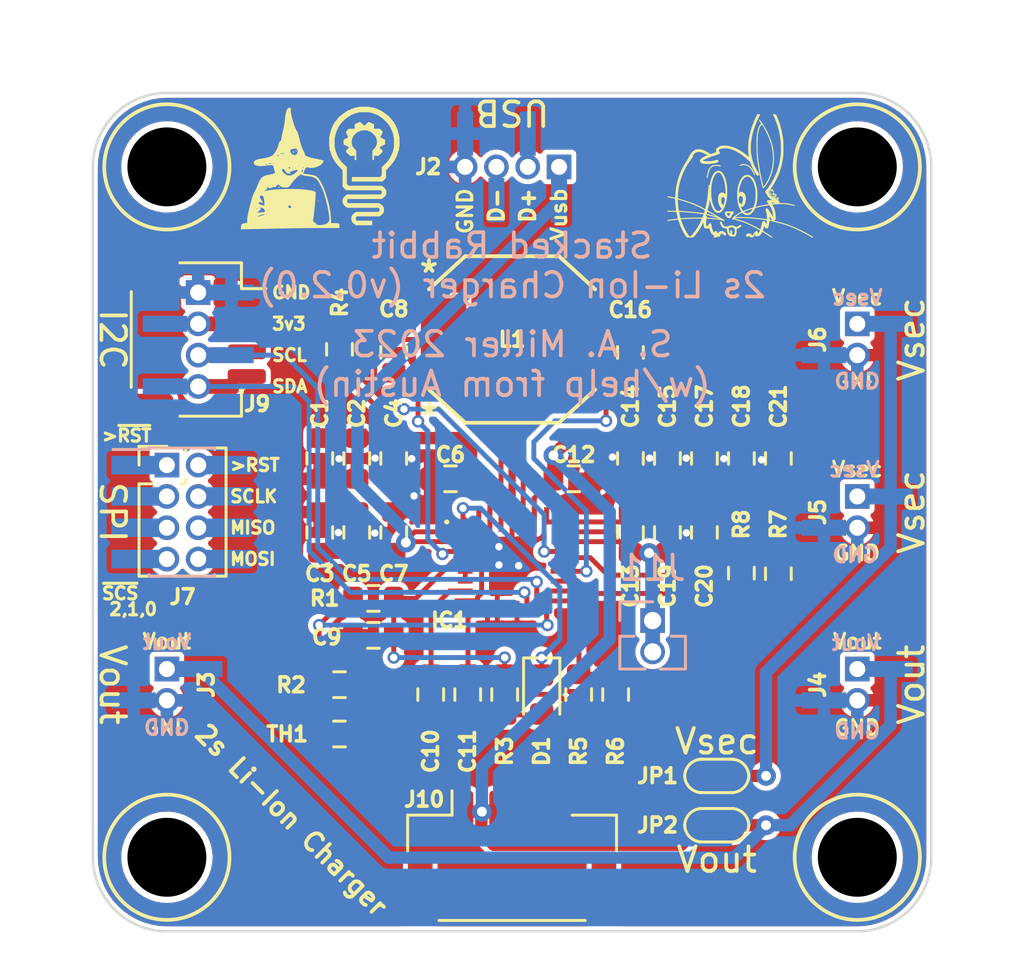
<source format=kicad_pcb>
(kicad_pcb (version 20211014) (generator pcbnew)
  (title_block (title "2s Li-Ion Charger") (rev "0.2.0") (company "The Nerd Mage / Austins Creations"))
  (layers (0 "F.Cu" signal) (31 "B.Cu" signal) (34 "B.Paste" user) (35 "F.Paste" user) (36 "B.SilkS" user "B.Silkscreen") (37 "F.SilkS" user "F.Silkscreen") (38 "B.Mask" user) (39 "F.Mask" user) (44 "Edge.Cuts" user))
  (net 0 "")
  (net 1 "UD+")
  (net 2 "UD-")
  (net 3 "GND")
  (net 4 "SDA")
  (net 5 "SCL")
  (net 6 "RESET")
  (net 7 "~{RESET}")
  (net 8 "~{SCS}2")
  (net 9 "SCLK")
  (net 10 "~{SCS}1")
  (net 11 "MISO")
  (net 12 "Vcc?")
  (net 13 "~{SCS}0")
  (net 14 "MOSI")
  (net 15 "Net-(C1-Pad2)")
  (net 16 "Vusb")
  (net 17 "Net-(C8-Pad1)")
  (net 18 "Net-(C8-Pad2)")
  (net 19 "/REGN")
  (net 20 "Net-(C10-Pad2)")
  (net 21 "VDD")
  (net 22 "Net-(C13-Pad1)")
  (net 23 "VBUS")
  (net 24 "Net-(C16-Pad1)")
  (net 25 "Net-(C16-Pad2)")
  (net 26 "Net-(D1-Pad1)")
  (net 27 "Net-(IC1-Pad6)")
  (net 29 "Net-(IC1-Pad16)")
  (net 30 "Net-(IC1-Pad17)")
  (net 31 "Net-(IC1-Pad18)")
  (net 32 "Net-(IC1-Pad20)")
  (net 33 "Net-(IC1-Pad21)")
  (net 34 "Net-(D1-Pad2)")
  (net 35 "Vsec")
  (net 36 "Vout")
  (footprint "Tinker:Mount" (layer "F.Cu") (at 114 114)
    (fp_text reference "REF**" hide)
    (fp_text value "Mount" hide)
  )
  (footprint "Resistor_SMD:R_0603_1608Metric" (layer "F.Cu") (at 109.3 102.475 -90)
    (fp_text reference "R8")
    (fp_text value "100r")
  )
  (footprint "Resistor_SMD:R_0603_1608Metric" (layer "F.Cu") (at 98.2 107.4 90)
    (fp_text reference "C11")
    (fp_text value "100nF")
  )
  (footprint "Tinker:BQ25792RQMR" (layer "F.Cu") (at 100 102)
    (fp_text reference "IC1")
    (fp_text value "BQ25792RQMR" hide)
  )
  (footprint "Tinker:QWIIC_Stack_II" (layer "F.Cu") (at 87.27 93 -90)
    (fp_text reference "J9")
    (fp_text value "QWIIC_Stack_II")
  )
  (footprint "Resistor_SMD:R_0603_1608Metric" (layer "F.Cu") (at 96.7 107.4 90)
    (fp_text reference "C10")
    (fp_text value "100nF")
  )
  (footprint "Tinker:PinHeader_2x04_P1.27mm_Vertical" (layer "F.Cu") (at 86 98.095)
    (fp_text reference "J7")
    (fp_text value "Conn_01x08_Male" hide)
  )
  (footprint "Resistor_SMD:R_0603_1608Metric" (layer "F.Cu") (at 104.8 100.825 -90)
    (fp_text reference "C13")
    (fp_text value "1nF")
  )
  (footprint "Tinker:Mount" (layer "F.Cu") (at 86 114)
    (fp_text reference "REF**" hide)
    (fp_text value "Mount" hide)
  )
  (footprint "Resistor_SMD:R_0603_1608Metric" (layer "F.Cu") (at 94.375 103.5 180)
    (fp_text reference "R1")
    (fp_text value "5.23k")
  )
  (footprint "Resistor_SMD:R_0603_1608Metric" (layer "F.Cu") (at 99.7 107.4 -90)
    (fp_text reference "R3")
    (fp_text value "4.7k")
  )
  (footprint "Tinker:DagNabbit" (layer "F.Cu") (at 109 87)
    (fp_text reference "REF**" hide)
    (fp_text value "DagNabbit" hide)
  )
  (footprint "Resistor_SMD:R_0603_1608Metric" (layer "F.Cu") (at 104.8 97.825 90)
    (fp_text reference "C14")
    (fp_text value "10uF")
  )
  (footprint "Resistor_SMD:R_0603_1608Metric" (layer "F.Cu") (at 95.2 100.825 -90)
    (fp_text reference "C7")
    (fp_text value "100nF")
  )
  (footprint "LED_SMD:LED_0603_1608Metric" (layer "F.Cu") (at 101.2 107.4 -90)
    (fp_text reference "D1")
    (fp_text value "red")
  )
  (footprint "Resistor_SMD:R_0603_1608Metric" (layer "F.Cu") (at 93 109)
    (fp_text reference "TH1")
    (fp_text value "Thermistor_NTC")
  )
  (footprint "Tinker:Board_Stacker_2" (layer "F.Cu") (at 114 106.365)
    (fp_text reference "J4")
    (fp_text value "Conn_01x02_Male")
  )
  (footprint "Resistor_SMD:R_0603_1608Metric" (layer "F.Cu") (at 92.2 97.825 90)
    (fp_text reference "C1")
    (fp_text value "10uF")
  )
  (footprint "Resistor_SMD:R_0603_1608Metric" (layer "F.Cu") (at 110.8 97.825 90)
    (fp_text reference "C21")
    (fp_text value "10uF")
  )
  (footprint "Resistor_SMD:R_0603_1608Metric" (layer "F.Cu") (at 104.8 93.525 90)
    (fp_text reference "C16")
    (fp_text value "47nF")
  )
  (footprint "Tinker:Mount" (layer "F.Cu") (at 114 86)
    (fp_text reference "REF**" hide)
    (fp_text value "Mount" hide)
  )
  (footprint "Resistor_SMD:R_0603_1608Metric" (layer "F.Cu") (at 107.8 100.825 -90)
    (fp_text reference "C20")
    (fp_text value "10uF")
  )
  (footprint "Resistor_SMD:R_0603_1608Metric" (layer "F.Cu") (at 93.7 100.825 -90)
    (fp_text reference "C5")
    (fp_text value "10uF")
  )
  (footprint "Resistor_SMD:R_0603_1608Metric" (layer "F.Cu") (at 92.2 100.825 -90)
    (fp_text reference "C3")
    (fp_text value "10uF")
  )
  (footprint "Tinker:Board_Stacker_4" (layer "F.Cu") (at 101.905 86 -90)
    (fp_text reference "J2")
    (fp_text value "Conn_01x04_Male")
  )
  (footprint "Tinker:Board_Stacker_2" (layer "F.Cu") (at 86 106.365)
    (fp_text reference "J3")
    (fp_text value "Conn_01x02_Male")
  )
  (footprint "Tinker:SolderJumper-2_P_Open_Rounded_skinny" (layer "F.Cu") (at 108.3 110.7)
    (fp_text reference "JP1")
    (fp_text value "Load on Vsec" hide)
  )
  (footprint "Tinker:SPM6530_TDK" (layer "F.Cu") (at 100 93)
    (fp_text reference "L1")
    (fp_text value "1uH")
  )
  (footprint "Resistor_SMD:R_0603_1608Metric" (layer "F.Cu") (at 109.3 97.825 90)
    (fp_text reference "C18")
    (fp_text value "10uF")
  )
  (footprint "Resistor_SMD:R_0603_1608Metric" (layer "F.Cu") (at 102.7 107.4 -90)
    (fp_text reference "R5")
    (fp_text value "100k")
  )
  (footprint "Resistor_SMD:R_0603_1608Metric" (layer "F.Cu") (at 106.3 100.825 -90)
    (fp_text reference "C19")
    (fp_text value "10uF")
  )
  (footprint "Resistor_SMD:R_0603_1608Metric" (layer "F.Cu") (at 94.375 105)
    (fp_text reference "C9")
    (fp_text value "4.7uF")
  )
  (footprint "Resistor_SMD:R_0603_1608Metric" (layer "F.Cu") (at 104.2 107.4 -90)
    (fp_text reference "R6")
    (fp_text value "100k")
  )
  (footprint "Tinker:Board_Stacker_2" (layer "F.Cu") (at 114 92.365)
    (fp_text reference "J6")
    (fp_text value "Conn_01x02_Male")
  )
  (footprint "Tinker:SolderJumper-2_P_Open_Rounded_skinny" (layer "F.Cu") (at 108.3 112.7)
    (fp_text reference "JP2")
    (fp_text value "Load on Vout" hide)
  )
  (footprint "Tinker:Board_Stacker_2" (layer "F.Cu") (at 114 99.365)
    (fp_text reference "J5")
    (fp_text value "Conn_01x02_Male")
  )
  (footprint "Tinker:Mount" (layer "F.Cu") (at 86 86)
    (fp_text reference "REF**" hide)
    (fp_text value "Mount" hide)
  )
  (footprint "Resistor_SMD:R_0603_1608Metric" (layer "F.Cu") (at 110.8 102.5 90)
    (fp_text reference "R7")
    (fp_text value "8.2k")
  )
  (footprint "Resistor_SMD:R_0603_1608Metric" (layer "F.Cu") (at 102.5 98.65 180)
    (fp_text reference "C12")
    (fp_text value "100nF")
  )
  (footprint "Tinker:NerdMage" (layer "F.Cu") (at 91 86)
    (fp_text reference "G***" hide)
    (fp_text value "LOGO" hide)
  )
  (footprint "Resistor_SMD:R_0603_1608Metric" (layer "F.Cu") (at 95.2 97.825 90)
    (fp_text reference "C4")
    (fp_text value "10uF")
  )
  (footprint "Tinker:AC_Logo" (layer "F.Cu") (at 94 86)
    (fp_text reference "G***" hide)
    (fp_text value "LOGO" hide)
  )
  (footprint "Resistor_SMD:R_0603_1608Metric" (layer "F.Cu") (at 107.8 97.825 90)
    (fp_text reference "C17")
    (fp_text value "10uF")
  )
  (footprint "Connector_JST:JST_GH_SM04B-GHS-TB_1x04-1MP_P1.25mm_Horizontal" (layer "F.Cu") (at 100 114)
    (fp_text reference "J10")
    (fp_text value "Output")
  )
  (footprint "Resistor_SMD:R_0603_1608Metric" (layer "F.Cu") (at 97.5 98.65)
    (fp_text reference "C6")
    (fp_text value "100nF")
  )
  (footprint "Resistor_SMD:R_0603_1608Metric" (layer "F.Cu") (at 93 107)
    (fp_text reference "R2")
    (fp_text value "30.1k")
  )
  (footprint "Resistor_SMD:R_0603_1608Metric" (layer "F.Cu") (at 93 93.4 90)
    (fp_text reference "R4")
    (fp_text value "10k")
  )
  (footprint "Resistor_SMD:R_0603_1608Metric" (layer "F.Cu") (at 95.2 93.525 -90)
    (fp_text reference "C8")
    (fp_text value "47nF")
  )
  (footprint "Resistor_SMD:R_0603_1608Metric" (layer "F.Cu") (at 106.3 97.825 90)
    (fp_text reference "C15")
    (fp_text value "10uF")
  )
  (footprint "Resistor_SMD:R_0603_1608Metric" (layer "F.Cu") (at 93.7 97.825 90)
    (fp_text reference "C2")
    (fp_text value "10uF")
  )
  (footprint "Connector_PinSocket_1.27mm:PinSocket_1x02_P1.27mm_Vertical" (layer "B.Cu") (at 105.7 104.4 180)
    (fp_text reference "J11")
    (fp_text value "Conn_01x02")
  )
  (gr_line (start 117 86) (end 117 114) (layer "Edge.Cuts") (width 0.1))
  (gr_arc (start 86 117) (mid 83.87868 116.12132) (end 83 114) (layer "Edge.Cuts") (width 0.1))
  (gr_arc (start 83 86) (mid 83.87868 83.87868) (end 86 83) (layer "Edge.Cuts") (width 0.1))
  (gr_line (start 86 83) (end 114 83) (layer "Edge.Cuts") (width 0.1))
  (gr_line (start 83 114) (end 83 86) (layer "Edge.Cuts") (width 0.1))
  (gr_arc (start 114 83) (mid 116.12132 83.87868) (end 117 86) (layer "Edge.Cuts") (width 0.1))
  (gr_line (start 86 117) (end 114 117) (layer "Edge.Cuts") (width 0.1))
  (gr_arc (start 117 114) (mid 116.12132 116.12132) (end 114 117) (layer "Edge.Cuts") (width 0.1))
  (gr_text "Stacked Rabbit\n${TITLE} (v${REVISION})" (at 100 90) (layer "B.SilkS") (effects (font (size 1 1)) (justify mirror)))
  (gr_text "GND" (at 113.911636 101.744492) (layer "B.SilkS") (effects (font (size 0.6 0.6) (thickness 0.125)) (justify mirror)))
  (gr_text "GND" (at 85.995908 108.747728) (layer "B.SilkS") (effects (font (size 0.6 0.6) (thickness 0.125)) (justify mirror)))
  (gr_text "Vout" (at 113.950572 105.303488) (layer "B.SilkS") (effects (font (size 0.6 0.6) (thickness 0.125)) (justify mirror)))
  (gr_text "GND" (at 114 94.7) (layer "B.SilkS") (effects (font (size 0.6 0.6) (thickness 0.125)) (justify mirror)))
  (gr_text "Vsec" (at 113.872799 98.268635) (layer "B.SilkS") (effects (font (size 0.6 0.6) (thickness 0.125)) (justify mirror)))
  (gr_text "Vsec" (at 114 91.3) (layer "B.SilkS") (effects (font (size 0.6 0.6) (thickness 0.125)) (justify mirror)))
  (gr_text "GND" (at 113.997176 108.89197) (layer "B.SilkS") (effects (font (size 0.6 0.6) (thickness 0.125)) (justify mirror)))
  (gr_text "S. A. Miller 2023\n(w/help from Austin)" (at 100 94) (layer "B.SilkS") (effects (font (size 1 1)) (justify mirror)))
  (gr_text "Vout" (at 86.009393 105.268635) (layer "B.SilkS") (effects (font (size 0.6 0.6) (thickness 0.125)) (justify mirror)))
  (gr_text "SDA" (at 90.2 94.905) (layer "F.SilkS") (effects (font (size 0.5 0.5) (thickness 0.125)) (justify left)))
  (gr_text "Vsec" (at 116.2 100 90) (layer "F.SilkS") (effects (font (size 1 1))))
  (gr_text "2,1,0" (at 83.6 103.94) (layer "F.SilkS") (effects (font (size 0.5 0.5) (thickness 0.125)) (justify left)))
  (gr_text "3v3" (at 90.2 92.365) (layer "F.SilkS") (effects (font (size 0.5 0.5) (thickness 0.125)) (justify left)))
  (gr_text "Vout" (at 114 105.245) (layer "F.SilkS") (effects (font (size 0.6 0.6) (thickness 0.125))))
  (gr_text "~{SCS}" (at 83.3 103.3) (layer "F.SilkS") (effects (font (size 0.5 0.5) (thickness 0.125)) (justify left)))
  (gr_text "GND" (at 114 94.7) (layer "F.SilkS") (effects (font (size 0.6 0.6) (thickness 0.125))))
  (gr_text "GND" (at 90.2 91.095) (layer "F.SilkS") (effects (font (size 0.5 0.5) (thickness 0.125)) (justify left)))
  (gr_text "D-" (at 99.365 86.8 90) (layer "F.SilkS") (effects (font (size 0.6 0.6)) (justify right)))
  (gr_text "Vout" (at 108.3 114.1) (layer "F.SilkS") (effects (font (size 1 1))))
  (gr_text ">~{RST}" (at 83.3 96.9) (layer "F.SilkS") (effects (font (size 0.5 0.5) (thickness 0.125)) (justify left)))
  (gr_text "D+" (at 100.635 86.8 90) (layer "F.SilkS") (effects (font (size 0.6 0.6)) (justify right)))
  (gr_text "GND" (at 114 101.665) (layer "F.SilkS") (effects (font (size 0.6 0.6) (thickness 0.125))))
  (gr_text "Vsec" (at 108.3 109.3) (layer "F.SilkS") (effects (font (size 1 1))))
  (gr_text "Vsec" (at 116.2 93 90) (layer "F.SilkS") (effects (font (size 1 1))))
  (gr_text "USB" (at 100 83.8 180) (layer "F.SilkS") (effects (font (size 1 1))))
  (gr_text "SCLK" (at 88.5 99.365) (layer "F.SilkS") (effects (font (size 0.5 0.5) (thickness 0.125)) (justify left)))
  (gr_text ">RST" (at 88.5 98.095) (layer "F.SilkS") (effects (font (size 0.5 0.5) (thickness 0.125)) (justify left)))
  (gr_text "SPI" (at 83.8 100 -90) (layer "F.SilkS") (effects (font (size 1 1))))
  (gr_text "Vout" (at 116.2 107 90) (layer "F.SilkS") (effects (font (size 1 1))))
  (gr_text "GND" (at 98.095 86.8 90) (layer "F.SilkS") (effects (font (size 0.6 0.6) (thickness 0.125)) (justify right)))
  (gr_text "SCL" (at 90.2 93.635) (layer "F.SilkS") (effects (font (size 0.5 0.5) (thickness 0.125)) (justify left)))
  (gr_text "GND" (at 114 108.745) (layer "F.SilkS") (effects (font (size 0.6 0.6) (thickness 0.125))))
  (gr_text "I2C" (at 83.8 93 -90) (layer "F.SilkS") (effects (font (size 1 1))))
  (gr_text "MISO" (at 88.5 100.635) (layer "F.SilkS") (effects (font (size 0.5 0.5) (thickness 0.125)) (justify left)))
  (gr_text "MOSI" (at 88.5 101.905) (layer "F.SilkS") (effects (font (size 0.5 0.5) (thickness 0.125)) (justify left)))
  (gr_text "GND" (at 86 108.745) (layer "F.SilkS") (effects (font (size 0.6 0.6) (thickness 0.125))))
  (gr_text "${TITLE}" (at 91.052915 112.48611 315) (layer "F.SilkS") (effects (font (size 0.75 0.75))))
  (gr_text "Vusb" (at 101.905 86.8 90) (layer "F.SilkS") (effects (font (size 0.6 0.6) (thickness 0.125)) (justify right)))
  (gr_text "Vout" (at 83.8 107 -90) (layer "F.SilkS") (effects (font (size 1 1))))
  (gr_text "Vsec" (at 114 98.265) (layer "F.SilkS") (effects (font (size 0.6 0.6) (thickness 0.125))))
  (gr_text "Vout" (at 86 105.245) (layer "F.SilkS") (effects (font (size 0.6 0.6) (thickness 0.125))))
  (gr_text "Vsec" (at 114 91.3) (layer "F.SilkS") (effects (font (size 0.6 0.6) (thickness 0.125))))
  (via (at 108.590866 97.835476) (size 0.5) (drill 0.3) (layers "F.Cu" "B.Cu") (net 3))
  (via (at 94.434571 100.851553) (size 0.5) (drill 0.3) (layers "F.Cu" "B.Cu") (net 3))
  (via (at 99.467431 102.145067) (size 0.5) (drill 0.3) (layers "F.Cu" "B.Cu") (net 3))
  (via (at 96.023734 99.345273) (size 0.5) (drill 0.3) (layers "F.Cu" "B.Cu") (net 3))
  (via (at 104.070541 97.768008) (size 0.5) (drill 0.3) (layers "F.Cu" "B.Cu") (net 3))
  (via (at 99.467431 101.405389) (size 0.5) (drill 0.3) (layers "F.Cu" "B.Cu") (net 3))
  (via (at 92.955587 100.830942) (size 0.5) (drill 0.3) (layers "F.Cu" "B.Cu") (net 3))
  (via (at 107.061602 97.812986) (size 0.5) (drill 0.3) (layers "F.Cu" "B.Cu") (net 3))
  (via (at 92.983375 97.835476) (size 0.5) (drill 0.3) (layers "F.Cu" "B.Cu") (net 3))
  (via (at 107.071045 100.843159) (size 0.5) (drill 0.3) (layers "F.Cu" "B.Cu") (net 3))
  (via (at 95.929458 97.835476) (size 0.5) (drill 0.3) (layers "F.Cu" "B.Cu") (net 3))
  (via (at 110.120131 97.880454) (size 0.5) (drill 0.3) (layers "F.Cu" "B.Cu") (net 3))
  (via (at 94.445172 97.812986) (size 0.5) (drill 0.3) (layers "F.Cu" "B.Cu") (net 3))
  (via (at 100.266284 102.174654) (size 0.5) (drill 0.3) (layers "F.Cu" "B.Cu") (net 3))
  (via (at 105.577316 97.812986) (size 0.5) (drill 0.3) (layers "F.Cu" "B.Cu") (net 3))
  (segment (start 101 102.83008) (end 101 103.9) (width 0.2) (layer "F.Cu") (net 4))
  (via (at 101 102.83008) (size 0.5) (drill 0.3) (layers "F.Cu" "B.Cu") (net 4))
  (segment (start 92.117985 94.972552) (end 90.780433 93.635) (width 0.2) (layer "B.Cu") (net 4))
  (segment (start 90.780433 93.635) (end 87.27 93.635) (width 0.2) (layer "B.Cu") (net 4))
  (segment (start 100.896671 102.726751) (end 93.419328 102.726751) (width 0.2) (layer "B.Cu") (net 4))
  (segment (start 93.419328 102.726751) (end 92.117985 101.425408) (width 0.2) (layer "B.Cu") (net 4))
  (segment (start 92.117985 101.425408) (end 92.117985 94.972552) (width 0.2) (layer "B.Cu") (net 4))
  (segment (start 101 102.83008) (end 100.896671 102.726751) (width 0.2) (layer "B.Cu") (net 4))
  (segment (start 100.6 103.353956) (end 100.6 103.9) (width 0.2) (layer "F.Cu") (net 5))
  (segment (start 100.5005 103.254456) (end 100.6 103.353956) (width 0.2) (layer "F.Cu") (net 5))
  (via (at 100.5005 103.254456) (size 0.5) (drill 0.3) (layers "F.Cu" "B.Cu") (net 5))
  (segment (start 91.155717 94.905) (end 87.27 94.905) (width 0.2) (layer "B.Cu") (net 5))
  (segment (start 91.767985 101.570382) (end 91.767985 95.517268) (width 0.2) (layer "B.Cu") (net 5))
  (segment (start 100.5005 103.254456) (end 93.452059 103.254456) (width 0.2) (layer "B.Cu") (net 5))
  (segment (start 93.452059 103.254456) (end 91.767985 101.570382) (width 0.2) (layer "B.Cu") (net 5))
  (segment (start 91.767985 95.517268) (end 91.155717 94.905) (width 0.2) (layer "B.Cu") (net 5))
  (segment (start 89.279899 92.539899) (end 89.24 92.5) (width 0.2) (layer "F.Cu") (net 12))
  (segment (start 92.972911 92.539899) (end 89.279899 92.539899) (width 0.2) (layer "F.Cu") (net 12))
  (segment (start 98.3358 98.6392) (end 98.325 98.65) (width 0.5) (layer "F.Cu") (net 15))
  (segment (start 95.2 97) (end 97.792684 97) (width 0.5) (layer "F.Cu") (net 15))
  (segment (start 99.1 99.425) (end 98.325 98.65) (width 0.2) (layer "F.Cu") (net 15))
  (segment (start 97.792684 97) (end 98.3358 97.543116) (width 0.5) (layer "F.Cu") (net 15))
  (segment (start 92.2 97) (end 95.2 97) (width 0.5) (layer "F.Cu") (net 15))
  (segment (start 98.3358 97.543116) (end 98.3358 98.6392) (width 0.5) (layer "F.Cu") (net 15))
  (segment (start 99.1 99.425) (end 99.1 100.3) (width 0.2) (layer "F.Cu") (net 15))
  (segment (start 98.6 103.85) (end 98.6 103.45669) (width 0.2) (layer "F.Cu") (net 16))
  (segment (start 98.764364 103.292326) (end 98.764364 101.364364) (width 0.2) (layer "F.Cu") (net 16))
  (segment (start 98.6 103.904447) (end 98.6 103.85) (width 0.2) (layer "F.Cu") (net 16))
  (segment (start 98.6 103.45669) (end 98.764364 103.292326) (width 0.2) (layer "F.Cu") (net 16))
  (segment (start 98.6 101.2) (end 98.1 101.2) (width 0.2) (layer "F.Cu") (net 16))
  (segment (start 98.1 100.8) (end 96.05 100.8) (width 0.2) (layer "F.Cu") (net 16))
  (segment (start 92.2 101.65) (end 95.2 101.65) (width 0.5) (layer "F.Cu") (net 16))
  (segment (start 98.211622 106.576207) (end 98.211622 104.292825) (width 0.2) (layer "F.Cu") (net 16))
  (segment (start 95.65 101.2) (end 95.2 101.65) (width 0.2) (layer "F.Cu") (net 16))
  (segment (start 98.764364 101.364364) (end 98.6 101.2) (width 0.2) (layer "F.Cu") (net 16))
  (segment (start 98.1 101.2) (end 95.65 101.2) (width 0.2) (layer "F.Cu") (net 16))
  (segment (start 96.05 100.8) (end 95.2 101.65) (width 0.2) (layer "F.Cu") (net 16))
  (segment (start 98.211622 104.292825) (end 98.6 103.904447) (width 0.2) (layer "F.Cu") (net 16))
  (via (at 95.691831 101.237592) (size 0.8) (drill 0.4) (layers "F.Cu" "B.Cu") (net 16))
  (segment (start 101.905 87.35) (end 101.905 87.369199) (width 0.5) (layer "B.Cu") (net 16))
  (segment (start 93.733444 98.841038) (end 95.691831 100.799425) (width 0.5) (layer "B.Cu") (net 16))
  (segment (start 101.905 87.369199) (end 93.733444 95.540755) (width 0.5) (layer "B.Cu") (net 16))
  (segment (start 93.733444 95.540755) (end 93.733444 98.841038) (width 0.5) (layer "B.Cu") (net 16))
  (segment (start 95.691831 100.799425) (end 95.691831 101.237592) (width 0.5) (layer "B.Cu") (net 16))
  (segment (start 95.2 93) (end 97.225 93) (width 0.2) (layer "F.Cu") (net 17))
  (segment (start 95.5 93) (end 97.225 93) (width 0.2) (layer "F.Cu") (net 17))
  (segment (start 99.55 100.3) (end 99.55 95.325) (width 0.2) (layer "F.Cu") (net 17))
  (segment (start 95.2 92.7) (end 95.5 93) (width 0.2) (layer "F.Cu") (net 17))
  (segment (start 99.55 95.325) (end 97.225 93) (width 0.2) (layer "F.Cu") (net 17))
  (segment (start 95.2 94.35) (end 95.2 94.359043) (width 0.2) (layer "F.Cu") (net 18))
  (segment (start 95.2 94.359043) (end 96.187041 95.346084) (width 0.2) (layer "F.Cu") (net 18))
  (segment (start 97.274636 101.6) (end 98.1 101.6) (width 0.2) (layer "F.Cu") (net 18))
  (segment (start 96.187041 95.346084) (end 96.187041 96.324019) (width 0.2) (layer "F.Cu") (net 18))
  (segment (start 97.175136 101.6995) (end 97.274636 101.6) (width 0.2) (layer "F.Cu") (net 18))
  (via (at 97.175136 101.6995) (size 0.5) (drill 0.3) (layers "F.Cu" "B.Cu") (net 18))
  (via (at 96.187041 96.324019) (size 0.5) (drill 0.3) (layers "F.Cu" "B.Cu") (net 18))
  (segment (start 97.175136 101.6995) (end 96.582647 101.107011) (width 0.2) (layer "B.Cu") (net 18))
  (segment (start 96.582647 101.107011) (end 96.582647 96.719625) (width 0.2) (layer "B.Cu") (net 18))
  (segment (start 96.582647 96.719625) (end 96.187041 96.324019) (width 0.2) (layer "B.Cu") (net 18))
  (segment (start 96.1 103.5) (end 95.2 103.5) (width 0.2) (layer "F.Cu") (net 19))
  (segment (start 102.7 108.225) (end 102.7 108.221752) (width 0.2) (layer "F.Cu") (net 19))
  (segment (start 102.7 108.221752) (end 101.869743 107.391495) (width 0.2) (layer "F.Cu") (net 19))
  (segment (start 100.516495 107.391495) (end 99.7 106.575) (width 0.2) (layer "F.Cu") (net 19))
  (segment (start 99.7 105.9) (end 99.7 106.575) (width 0.2) (layer "F.Cu") (net 19))
  (segment (start 95.2 105) (end 95.2 103.5) (width 0.2) (layer "F.Cu") (net 19))
  (segment (start 98.1 102) (end 97.6 102) (width 0.2) (layer "F.Cu") (net 19))
  (segment (start 95.2 105.896218) (end 95.2 105) (width 0.2) (layer "F.Cu") (net 19))
  (segment (start 101.869743 107.391495) (end 100.516495 107.391495) (width 0.2) (layer "F.Cu") (net 19))
  (segment (start 97.6 102) (end 96.1 103.5) (width 0.2) (layer "F.Cu") (net 19))
  (via (at 99.7 105.9) (size 0.5) (drill 0.3) (layers "F.Cu" "B.Cu") (net 19))
  (via (at 95.2 105.9) (size 0.5) (drill 0.3) (layers "F.Cu" "B.Cu") (net 19))
  (segment (start 95.2 105.9) (end 99.7 105.9) (width 0.2) (layer "B.Cu") (net 19))
  (segment (start 96.711622 103.963547) (end 97.475169 103.2) (width 0.2) (layer "F.Cu") (net 20))
  (segment (start 97.475169 103.2) (end 98.1 103.2) (width 0.2) (layer "F.Cu") (net 20))
  (segment (start 96.711622 106.576207) (end 96.711622 103.963547) (width 0.2) (layer "F.Cu") (net 20))
  (segment (start 107.65 111.312588) (end 107.65 112.7) (width 0.5) (layer "F.Cu") (net 21))
  (segment (start 104.8 97) (end 102.364739 97) (width 0.5) (layer "F.Cu") (net 21))
  (segment (start 100.9 99.425) (end 101.675 98.65) (width 0.2) (layer "F.Cu") (net 21))
  (segment (start 99.375 112.15) (end 98.125 112.15) (width 0.5) (layer "F.Cu") (net 21))
  (segment (start 98.754346 112.988418) (end 99.260241 113.494313) (width 0.5) (layer "F.Cu") (net 21))
  (segment (start 101.675 97.689739) (end 101.675 98.65) (width 0.5) (layer "F.Cu") (net 21))
  (segment (start 98.776505 112.14967) (end 98.754346 112.171829) (width 0.5) (layer "F.Cu") (net 21))
  (segment (start 99.260241 113.494313) (end 106.855687 113.494313) (width 0.5) (layer "F.Cu") (net 21))
  (segment (start 107.65 110.7) (end 107.65 111.312588) (width 0.5) (layer "F.Cu") (net 21))
  (segment (start 106.855687 113.494313) (end 107.65 112.7) (width 0.5) (layer "F.Cu") (net 21))
  (segment (start 100.9 99.425) (end 100.9 100.3) (width 0.2) (layer "F.Cu") (net 21))
  (segment (start 102.364739 97) (end 101.675 97.689739) (width 0.5) (layer "F.Cu") (net 21))
  (segment (start 98.754346 112.171829) (end 98.754346 112.988418) (width 0.5) (layer "F.Cu") (net 21))
  (segment (start 110.8 97) (end 104.8 97) (width 0.5) (layer "F.Cu") (net 21))
  (via (at 98.776505 112.14967) (size 0.8) (drill 0.4) (layers "F.Cu" "B.Cu") (net 21))
  (via (at 101.675 97.7) (size 0.8) (drill 0.4) (layers "F.Cu" "B.Cu") (net 21))
  (segment (start 98.776505 110.32819) (end 103.960902 105.143793) (width 0.5) (layer "B.Cu") (net 21))
  (segment (start 101.675 97.7) (end 103.960902 99.985902) (width 0.5) (layer "B.Cu") (net 21))
  (segment (start 98.776505 112.14967) (end 98.776505 110.32819) (width 0.5) (layer "B.Cu") (net 21))
  (segment (start 103.960902 99.985902) (end 103.960902 105.143793) (width 0.5) (layer "B.Cu") (net 21))
  (segment (start 101.85 100.4) (end 104.4 100.4) (width 0.2) (layer "F.Cu") (net 22))
  (segment (start 104.4 100.4) (end 104.8 100) (width 0.2) (layer "F.Cu") (net 22))
  (segment (start 104.8 101.65) (end 106.3 101.65) (width 0.5) (layer "F.Cu") (net 23))
  (segment (start 103.95 100.8) (end 104.8 101.65) (width 0.2) (layer "F.Cu") (net 23))
  (segment (start 101.9 101.2) (end 104.35 101.2) (width 0.2) (layer "F.Cu") (net 23))
  (segment (start 101.9 100.8) (end 103.95 100.8) (width 0.2) (layer "F.Cu") (net 23))
  (segment (start 106.3 101.65) (end 107.8 101.65) (width 0.5) (layer "F.Cu") (net 23))
  (segment (start 104.35 101.2) (end 104.8 101.65) (width 0.2) (layer "F.Cu") (net 23))
  (segment (start 107.8 101.65) (end 109.3 101.65) (width 0.5) (layer "F.Cu") (net 23))
  (via (at 105.556347 101.659533) (size 0.8) (drill 0.4) (layers "F.Cu" "B.Cu") (net 23))
  (segment (start 105.7 104.3) (end 105.7 105.57) (width 0.6) (layer "B.Cu") (net 23))
  (segment (start 105.7 101.803186) (end 105.7 104.3) (width 0.6) (layer "B.Cu") (net 23))
  (segment (start 105.556347 101.659533) (end 105.7 101.803186) (width 0.6) (layer "B.Cu") (net 23))
  (segment (start 103.012389 102.396356) (end 103.008745 102.4) (width 0.2) (layer "F.Cu") (net 24))
  (segment (start 103.008745 102.4) (end 101.9 102.4) (width 0.2) (layer "F.Cu") (net 24))
  (segment (start 103.810218 95.339782) (end 104.8 94.35) (width 0.2) (layer "F.Cu") (net 24))
  (segment (start 103.810218 96.300733) (end 103.810218 95.339782) (width 0.2) (layer "F.Cu") (net 24))
  (via (at 103.810218 96.300733) (size 0.5) (drill 0.3) (layers "F.Cu" "B.Cu") (net 24))
  (via (at 103.012389 102.396356) (size 0.5) (drill 0.3) (layers "F.Cu" "B.Cu") (net 24))
  (segment (start 103.012389 99.956628) (end 100.882691 97.82693) (width 0.2) (layer "B.Cu") (net 24))
  (segment (start 101.739414 96.300733) (end 103.810218 96.300733) (width 0.2) (layer "B.Cu") (net 24))
  (segment (start 103.012389 102.396356) (end 103.012389 99.956628) (width 0.2) (layer "B.Cu") (net 24))
  (segment (start 100.882691 97.157457) (end 101.739414 96.300733) (width 0.2) (layer "B.Cu") (net 24))
  (segment (start 100.882691 97.82693) (end 100.882691 97.157457) (width 0.2) (layer "B.Cu") (net 24))
  (segment (start 102.775 93) (end 104.5 93) (width 0.2) (layer "F.Cu") (net 25))
  (segment (start 100.45 95.325) (end 102.775 93) (width 0.2) (layer "F.Cu") (net 25))
  (segment (start 104.8 93) (end 102.775 93) (width 0.2) (layer "F.Cu") (net 25))
  (segment (start 100.45 100.3) (end 100.45 95.325) (width 0.2) (layer "F.Cu") (net 25))
  (segment (start 104.5 93) (end 104.8 92.7) (width 0.2) (layer "F.Cu") (net 25))
  (segment (start 98.008897 99.843075) (end 98.008897 100.233897) (width 0.2) (layer "F.Cu") (net 26))
  (segment (start 98.008897 100.233897) (end 98.175 100.4) (width 0.2) (layer "F.Cu") (net 26))
  (segment (start 101.2 105.872821) (end 101.2 106.6125) (width 0.2) (layer "F.Cu") (net 26))
  (via (at 101.2 105.9) (size 0.5) (drill 0.3) (layers "F.Cu" "B.Cu") (net 26))
  (via (at 98.008897 99.843075) (size 0.5) (drill 0.3) (layers "F.Cu" "B.Cu") (net 26))
  (segment (start 101.2 105.872821) (end 101.935088 105.137733) (width 0.2) (layer "B.Cu") (net 26))
  (segment (start 98.721229 99.843075) (end 98.008897 99.843075) (width 0.2) (layer "B.Cu") (net 26))
  (segment (start 101.935088 105.164912) (end 101.935088 103.056934) (width 0.2) (layer "B.Cu") (net 26))
  (segment (start 101.935088 103.056934) (end 98.721229 99.843075) (width 0.2) (layer "B.Cu") (net 26))
  (segment (start 101.2 105.9) (end 101.935088 105.164912) (width 0.2) (layer "B.Cu") (net 26))
  (segment (start 98.1 102.4) (end 98.1 102.8) (width 0.2) (layer "F.Cu") (net 27))
  (segment (start 92.175 109) (end 92.175 107) (width 0.2) (layer "F.Cu") (net 29))
  (segment (start 93.55 103.5) (end 93.257936 103.5) (width 0.2) (layer "F.Cu") (net 29))
  (segment (start 92.175 107) (end 92.175 104.582936) (width 0.2) (layer "F.Cu") (net 29))
  (segment (start 101.435088 104.582936) (end 101.4 104.547848) (width 0.2) (layer "F.Cu") (net 29))
  (segment (start 101.4 104.547848) (end 101.4 103.85) (width 0.2) (layer "F.Cu") (net 29))
  (segment (start 93.257936 103.5) (end 92.175 104.582936) (width 0.2) (layer "F.Cu") (net 29))
  (via (at 101.435088 104.582936) (size 0.5) (drill 0.3) (layers "F.Cu" "B.Cu") (net 29))
  (via (at 92.175 104.582936) (size 0.5) (drill 0.3) (layers "F.Cu" "B.Cu") (net 29))
  (segment (start 101.435088 104.582936) (end 92.175 104.582936) (width 0.2) (layer "B.Cu") (net 29))
  (segment (start 102.7 106.575) (end 104.2 106.575) (width 0.2) (layer "F.Cu") (net 30))
  (segment (start 102.712154 103.446543) (end 102.712154 106.562846) (width 0.2) (layer "F.Cu") (net 30))
  (segment (start 101.9 103.2) (end 102.465611 103.2) (width 0.2) (layer "F.Cu") (net 30))
  (segment (start 102.712154 106.562846) (end 102.7 106.575) (width 0.2) (layer "F.Cu") (net 30))
  (segment (start 102.465611 103.2) (end 102.712154 103.446543) (width 0.2) (layer "F.Cu") (net 30))
  (segment (start 103.173895 103.3) (end 109.3 103.3) (width 0.2) (layer "F.Cu") (net 31))
  (segment (start 101.9 102.8) (end 102.673895 102.8) (width 0.2) (layer "F.Cu") (net 31))
  (segment (start 102.673895 102.8) (end 103.173895 103.3) (width 0.2) (layer "F.Cu") (net 31))
  (segment (start 110.034287 102.559287) (end 110.8 103.325) (width 0.2) (layer "F.Cu") (net 32))
  (segment (start 102.624267 101.849196) (end 103.171629 101.849196) (width 0.2) (layer "F.Cu") (net 32))
  (segment (start 103.88172 102.559287) (end 110.034287 102.559287) (width 0.2) (layer "F.Cu") (net 32))
  (segment (start 103.171629 101.849196) (end 103.88172 102.559287) (width 0.2) (layer "F.Cu") (net 32))
  (segment (start 102.473463 102) (end 102.624267 101.849196) (width 0.2) (layer "F.Cu") (net 32))
  (segment (start 101.9 102) (end 102.473463 102) (width 0.2) (layer "F.Cu") (net 32))
  (segment (start 101.3 101.6) (end 101.9 101.6) (width 0.2) (layer "F.Cu") (net 33))
  (segment (start 94.599029 95.824029) (end 93 94.225) (width 0.2) (layer "F.Cu") (net 33))
  (segment (start 95.613213 95.824029) (end 94.599029 95.824029) (width 0.2) (layer "F.Cu") (net 33))
  (via (at 101.3 101.6) (size 0.5) (drill 0.3) (layers "F.Cu" "B.Cu") (net 33))
  (via (at 95.613213 95.824029) (size 0.5) (drill 0.3) (layers "F.Cu" "B.Cu") (net 33))
  (segment (start 97.022308 95.824029) (end 101.3 100.101721) (width 0.2) (layer "B.Cu") (net 33))
  (segment (start 95.613213 95.824029) (end 97.022308 95.824029) (width 0.2) (layer "B.Cu") (net 33))
  (segment (start 101.3 100.101721) (end 101.3 101.6) (width 0.2) (layer "B.Cu") (net 33))
  (segment (start 99.7 108.225) (end 101.1625 108.225) (width 0.2) (layer "F.Cu") (net 34))
  (segment (start 101.1625 108.225) (end 101.2 108.1875) (width 0.2) (layer "F.Cu") (net 34))
  (segment (start 110.3 110.7) (end 108.95 110.7) (width 0.5) (layer "F.Cu") (net 35))
  (via (at 110.3 110.7) (size 0.8) (drill 0.4) (layers "F.Cu" "B.Cu") (net 35))
  (segment (start 115.35 99.365) (end 115.35 92.365) (width 0.5) (layer "B.Cu") (net 35))
  (segment (start 110.3 106.496319) (end 115.35 101.446319) (width 0.5) (layer "B.Cu") (net 35))
  (segment (start 115.35 101.446319) (end 115.35 99.365) (width 0.5) (layer "B.Cu") (net 35))
  (segment (start 110.3 110.7) (end 110.3 106.496319) (width 0.5) (layer "B.Cu") (net 35))
  (segment (start 110.3 112.7) (end 108.95 112.7) (width 0.5) (layer "F.Cu") (net 36))
  (via (at 110.3 112.7) (size 0.8) (drill 0.4) (layers "F.Cu" "B.Cu") (net 36))
  (segment (start 111.28188 112.7) (end 115.35 108.63188) (width 0.5) (layer "B.Cu") (net 36))
  (segment (start 110.3 112.72822) (end 109.013846 114.014374) (width 0.5) (layer "B.Cu") (net 36))
  (segment (start 110.3 112.7) (end 110.3 112.72822) (width 0.5) (layer "B.Cu") (net 36))
  (segment (start 94.999374 114.014374) (end 87.35 106.365) (width 0.5) (layer "B.Cu") (net 36))
  (segment (start 109.013846 114.014374) (end 94.999374 114.014374) (width 0.5) (layer "B.Cu") (net 36))
  (segment (start 115.35 108.63188) (end 115.35 106.365) (width 0.5) (layer "B.Cu") (net 36))
  (segment (start 110.3 112.7) (end 111.28188 112.7) (width 0.5) (layer "B.Cu") (net 36))
  (zone (net 3) (net_name "GND") (layer "F.Cu") (connect_pads (clearance 0.2)) (min_thickness 0.2) (fill yes (thermal_gap 0.2) (thermal_bridge_width 0.508))
    (polygon (pts (xy 118.582229 117.809465) (xy 81.651499 117.809467) (xy 81.651498 82.584881) (xy 118.582228 82.584879)))
  )
  (zone (net 3) (net_name "GND") (layer "B.Cu") (connect_pads (clearance 0.2)) (min_thickness 0.2) (fill yes (thermal_gap 0.254) (thermal_bridge_width 0.508))
    (polygon (pts (xy 119.380001 118.507005) (xy 80.682697 118.507005) (xy 80.682697 82.09421) (xy 119.380001 82.09421)))
  )
)
</source>
